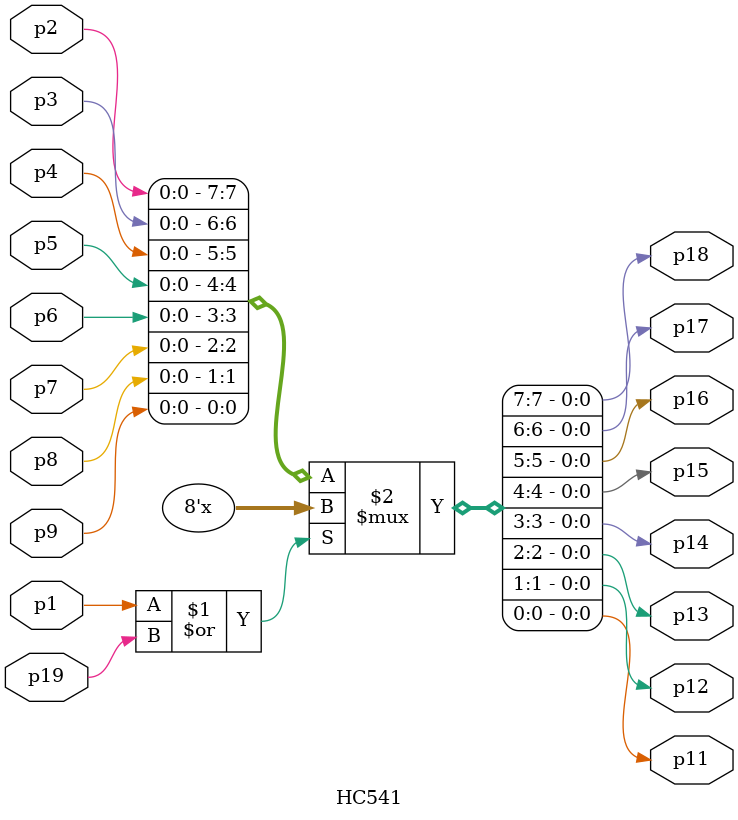
<source format=v>

module HC541(
    input wire p2,p3,p4,p5,p6,p7,p8,p9,
	input wire p1,p19,
	output wire p18,p17,p16,p15,p14,p13,p12,p11
);

assign {p18,p17,p16,p15,p14,p13,p12,p11}= (p1|p19)?8'bZZZZZZZZ:{p2,p3,p4,p5,p6,p7,p8,p9};

endmodule
</source>
